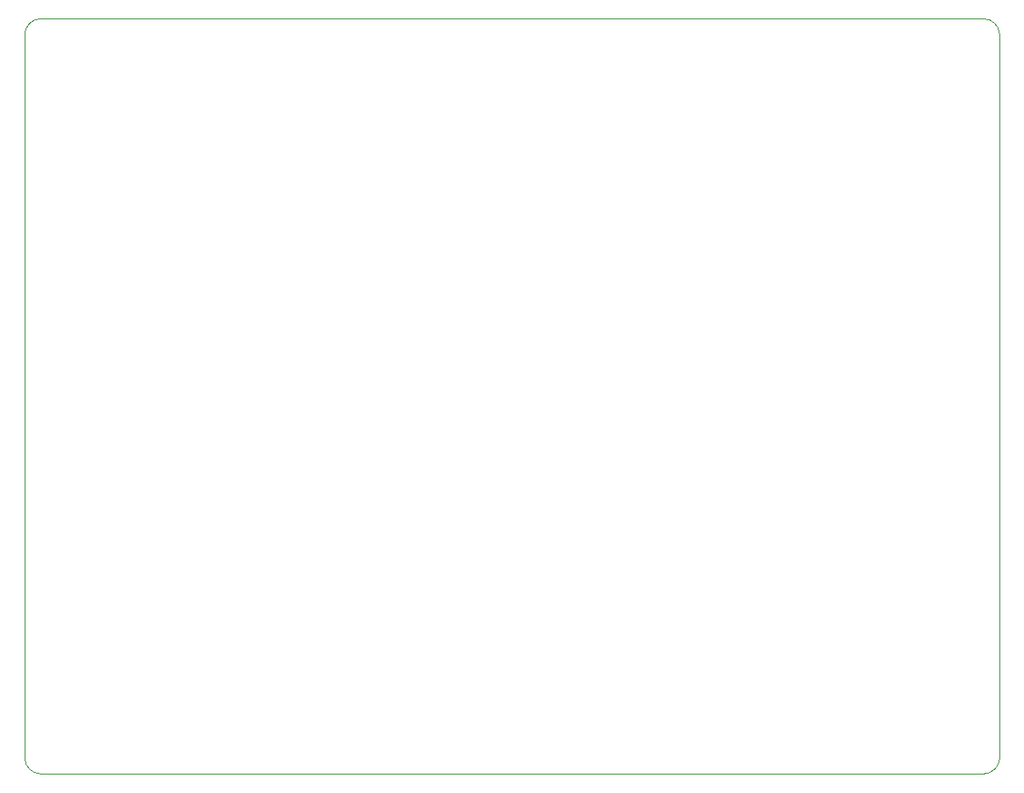
<source format=gm1>
G04 #@! TF.GenerationSoftware,KiCad,Pcbnew,9.0.4*
G04 #@! TF.CreationDate,2025-12-23T06:11:40-05:00*
G04 #@! TF.ProjectId,main_board_v2,6d61696e-5f62-46f6-9172-645f76322e6b,rev?*
G04 #@! TF.SameCoordinates,Original*
G04 #@! TF.FileFunction,Profile,NP*
%FSLAX46Y46*%
G04 Gerber Fmt 4.6, Leading zero omitted, Abs format (unit mm)*
G04 Created by KiCad (PCBNEW 9.0.4) date 2025-12-23 06:11:40*
%MOMM*%
%LPD*%
G01*
G04 APERTURE LIST*
G04 #@! TA.AperFunction,Profile*
%ADD10C,0.050000*%
G04 #@! TD*
G04 APERTURE END LIST*
D10*
X44500000Y-15700000D02*
G75*
G02*
X46000000Y-14200000I1572000J-72000D01*
G01*
X138500000Y-15700022D02*
X138500000Y-85500000D01*
X46000000Y-87000000D02*
X137000000Y-87000000D01*
X46000000Y-14200000D02*
X137000000Y-14200000D01*
X137000000Y-14200000D02*
G75*
G02*
X138500000Y-15700000I-72000J-1572000D01*
G01*
X44500000Y-85500000D02*
X44500000Y-15700022D01*
X46000000Y-87000000D02*
G75*
G02*
X44500000Y-85500000I72000J1572000D01*
G01*
X138500000Y-85500000D02*
G75*
G02*
X137000000Y-87000000I-1572000J72000D01*
G01*
M02*

</source>
